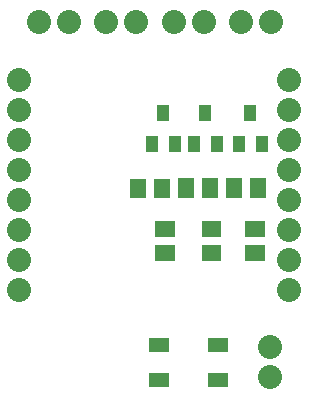
<source format=gbs>
G04 Layer: BottomSolderMaskLayer*
G04 EasyEDA v6.1.52, Mon, 29 Jul 2019 07:14:48 GMT*
G04 763c4d154c644d5a9bd2c91acdf97d9b,a2ddd735335a41bd89ccdca2c933086a,10*
G04 Gerber Generator version 0.2*
G04 Scale: 100 percent, Rotated: No, Reflected: No *
G04 Dimensions in millimeters *
G04 leading zeros omitted , absolute positions ,3 integer and 3 decimal *
%FSLAX33Y33*%
%MOMM*%
G90*
G71D02*

%ADD32C,2.032203*%
%ADD36R,1.363218X1.653210*%
%ADD40C,2.032000*%
%ADD41R,1.016000X1.422400*%

%LPD*%
G54D36*
G01X17526Y17526D03*
G01X15494Y17526D03*
G36*
G01X16827Y13416D02*
G01X16827Y14777D01*
G01X18478Y14777D01*
G01X18478Y13416D01*
G01X16827Y13416D01*
G37*
G36*
G01X16827Y11384D02*
G01X16827Y12745D01*
G01X18478Y12745D01*
G01X18478Y11384D01*
G01X16827Y11384D01*
G37*
G36*
G01X20510Y13416D02*
G01X20510Y14777D01*
G01X22161Y14777D01*
G01X22161Y13416D01*
G01X20510Y13416D01*
G37*
G36*
G01X20510Y11384D02*
G01X20510Y12745D01*
G01X22161Y12745D01*
G01X22161Y11384D01*
G01X20510Y11384D01*
G37*
G01X21590Y17526D03*
G01X19558Y17526D03*
G36*
G01X10749Y16700D02*
G01X10749Y18351D01*
G01X12110Y18351D01*
G01X12110Y16700D01*
G01X10749Y16700D01*
G37*
G36*
G01X12781Y16700D02*
G01X12781Y18351D01*
G01X14142Y18351D01*
G01X14142Y16700D01*
G01X12781Y16700D01*
G37*
G36*
G01X12890Y13416D02*
G01X12890Y14777D01*
G01X14541Y14777D01*
G01X14541Y13416D01*
G01X12890Y13416D01*
G37*
G36*
G01X12890Y11384D02*
G01X12890Y12745D01*
G01X14541Y12745D01*
G01X14541Y11384D01*
G01X12890Y11384D01*
G37*
G54D32*
G01X17018Y31623D03*
G01X14478Y31623D03*
G01X22606Y1524D03*
G01X22606Y4064D03*
G01X5588Y31623D03*
G01X3048Y31623D03*
G01X22733Y31623D03*
G01X20193Y31623D03*
G54D41*
G01X14554Y21285D03*
G01X12623Y21285D03*
G01X13589Y23926D03*
G01X18110Y21285D03*
G01X16179Y21285D03*
G01X17145Y23926D03*
G01X21920Y21285D03*
G01X19989Y21285D03*
G01X20955Y23926D03*
G54D32*
G01X11303Y31623D03*
G01X8763Y31623D03*
G36*
G01X12397Y693D02*
G01X12397Y1894D01*
G01X14099Y1894D01*
G01X14099Y693D01*
G01X12397Y693D01*
G37*
G36*
G01X12397Y3693D02*
G01X12397Y4894D01*
G01X14099Y4894D01*
G01X14099Y3693D01*
G01X12397Y3693D01*
G37*
G36*
G01X17396Y3693D02*
G01X17396Y4894D01*
G01X19100Y4894D01*
G01X19100Y3693D01*
G01X17396Y3693D01*
G37*
G36*
G01X17396Y693D02*
G01X17396Y1894D01*
G01X19100Y1894D01*
G01X19100Y693D01*
G01X17396Y693D01*
G37*
G54D40*
G01X1397Y26670D03*
G01X24257Y8890D03*
G01X24257Y11430D03*
G01X24257Y13970D03*
G01X24257Y16510D03*
G01X24257Y19050D03*
G01X24257Y21590D03*
G01X24257Y24130D03*
G54D32*
G01X24257Y26670D03*
G54D40*
G01X1397Y8890D03*
G01X1397Y11430D03*
G01X1397Y13970D03*
G01X1397Y16510D03*
G01X1397Y19050D03*
G01X1397Y21590D03*
G01X1397Y24130D03*
M00*
M02*

</source>
